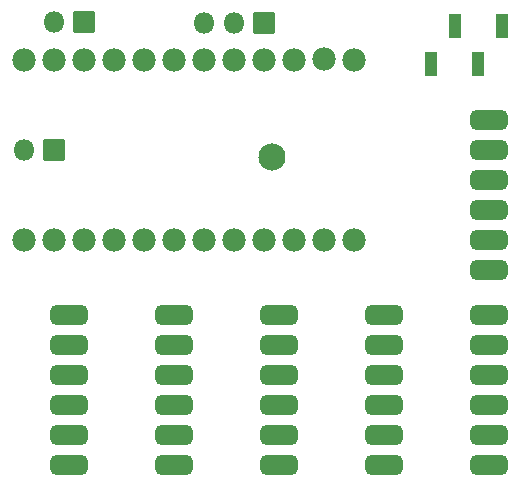
<source format=gbr>
%TF.GenerationSoftware,KiCad,Pcbnew,6.0.1-79c1e3a40b~116~ubuntu20.04.1*%
%TF.CreationDate,2022-02-08T10:59:44-05:00*%
%TF.ProjectId,gameKey-PCB-MainControl,67616d65-4b65-4792-9d50-43422d4d6169,rev?*%
%TF.SameCoordinates,Original*%
%TF.FileFunction,Soldermask,Top*%
%TF.FilePolarity,Negative*%
%FSLAX46Y46*%
G04 Gerber Fmt 4.6, Leading zero omitted, Abs format (unit mm)*
G04 Created by KiCad (PCBNEW 6.0.1-79c1e3a40b~116~ubuntu20.04.1) date 2022-02-08 10:59:44*
%MOMM*%
%LPD*%
G01*
G04 APERTURE LIST*
G04 Aperture macros list*
%AMRoundRect*
0 Rectangle with rounded corners*
0 $1 Rounding radius*
0 $2 $3 $4 $5 $6 $7 $8 $9 X,Y pos of 4 corners*
0 Add a 4 corners polygon primitive as box body*
4,1,4,$2,$3,$4,$5,$6,$7,$8,$9,$2,$3,0*
0 Add four circle primitives for the rounded corners*
1,1,$1+$1,$2,$3*
1,1,$1+$1,$4,$5*
1,1,$1+$1,$6,$7*
1,1,$1+$1,$8,$9*
0 Add four rect primitives between the rounded corners*
20,1,$1+$1,$2,$3,$4,$5,0*
20,1,$1+$1,$4,$5,$6,$7,0*
20,1,$1+$1,$6,$7,$8,$9,0*
20,1,$1+$1,$8,$9,$2,$3,0*%
G04 Aperture macros list end*
%ADD10C,2.301600*%
%ADD11RoundRect,0.431800X-1.143000X0.381000X-1.143000X-0.381000X1.143000X-0.381000X1.143000X0.381000X0*%
%ADD12RoundRect,0.050800X-0.850000X0.850000X-0.850000X-0.850000X0.850000X-0.850000X0.850000X0.850000X0*%
%ADD13O,1.801600X1.801600*%
%ADD14RoundRect,0.050800X0.450000X-1.000000X0.450000X1.000000X-0.450000X1.000000X-0.450000X-1.000000X0*%
%ADD15C,1.981200*%
G04 APERTURE END LIST*
D10*
%TO.C,H1*%
X25400000Y28575000D03*
%TD*%
D11*
%TO.C,J9*%
X8255000Y15240000D03*
X8255000Y12700000D03*
X8255000Y10160000D03*
X8255000Y7620000D03*
X8255000Y5080000D03*
X8255000Y2540000D03*
%TD*%
%TO.C,J7*%
X26035000Y15240000D03*
X26035000Y12700000D03*
X26035000Y10160000D03*
X26035000Y7620000D03*
X26035000Y5080000D03*
X26035000Y2540000D03*
%TD*%
%TO.C,J5*%
X43815000Y15240000D03*
X43815000Y12700000D03*
X43815000Y10160000D03*
X43815000Y7620000D03*
X43815000Y5080000D03*
X43815000Y2540000D03*
%TD*%
%TO.C,J6*%
X34925000Y15240000D03*
X34925000Y12700000D03*
X34925000Y10160000D03*
X34925000Y7620000D03*
X34925000Y5080000D03*
X34925000Y2540000D03*
%TD*%
D12*
%TO.C,J4*%
X9505000Y40005000D03*
D13*
X6965000Y40005000D03*
%TD*%
D12*
%TO.C,J1*%
X6985000Y29210000D03*
D13*
X4445000Y29210000D03*
%TD*%
D12*
%TO.C,J3*%
X24750000Y39955000D03*
D13*
X22210000Y39955000D03*
X19670000Y39955000D03*
%TD*%
D14*
%TO.C,J2*%
X38910000Y36500000D03*
X40910000Y39700000D03*
X42910000Y36500000D03*
X44910000Y39700000D03*
%TD*%
D15*
%TO.C,B1*%
X32385000Y36830000D03*
X29845000Y36870000D03*
X27305000Y36830000D03*
X24765000Y36830000D03*
X22225000Y36830000D03*
X19685000Y36830000D03*
X17145000Y36830000D03*
X14605000Y36830000D03*
X12065000Y36830000D03*
X9525000Y36830000D03*
X6985000Y36830000D03*
X4445000Y36830000D03*
X4445000Y21590000D03*
X6985000Y21590000D03*
X9525000Y21590000D03*
X12065000Y21590000D03*
X14605000Y21590000D03*
X17145000Y21590000D03*
X19685000Y21590000D03*
X22225000Y21590000D03*
X24765000Y21590000D03*
X27305000Y21590000D03*
X29845000Y21590000D03*
X32385000Y21590000D03*
%TD*%
D11*
%TO.C,J8*%
X17145000Y15240000D03*
X17145000Y12700000D03*
X17145000Y10160000D03*
X17145000Y7620000D03*
X17145000Y5080000D03*
X17145000Y2540000D03*
%TD*%
%TO.C,J10*%
X43815000Y31750000D03*
X43815000Y29210000D03*
X43815000Y26670000D03*
X43815000Y24130000D03*
X43815000Y21590000D03*
X43815000Y19050000D03*
%TD*%
M02*

</source>
